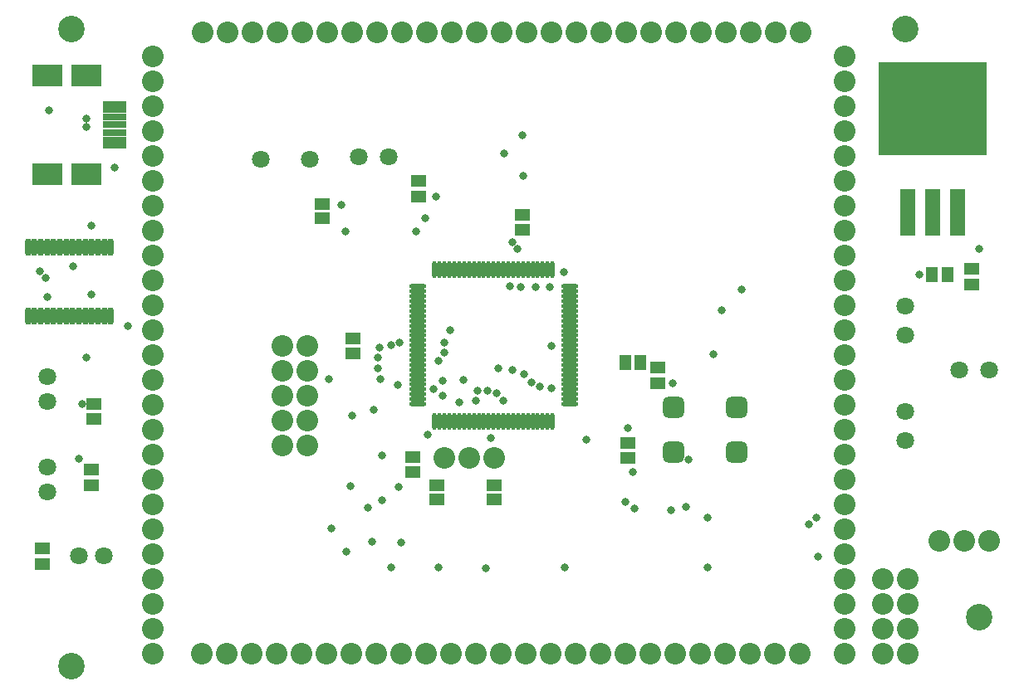
<source format=gts>
G04 Layer_Color=8388736*
%FSLAX44Y44*%
%MOMM*%
G71*
G01*
G75*
%ADD37R,1.5032X1.2032*%
%ADD38O,0.5032X1.7032*%
%ADD39O,1.7032X0.5032*%
%ADD40R,1.5532X4.8032*%
%ADD41R,11.0032X9.6032*%
%ADD42R,1.6032X1.3032*%
%ADD43R,1.3032X1.6032*%
%ADD44R,1.2032X1.5032*%
%ADD45O,0.7032X1.8032*%
%ADD46R,2.4532X1.2032*%
%ADD47R,2.4532X0.7032*%
%ADD48R,3.1032X2.2032*%
G04:AMPARAMS|DCode=49|XSize=2.2032mm|YSize=2.2032mm|CornerRadius=0.6016mm|HoleSize=0mm|Usage=FLASHONLY|Rotation=180.000|XOffset=0mm|YOffset=0mm|HoleType=Round|Shape=RoundedRectangle|*
%AMROUNDEDRECTD49*
21,1,2.2032,1.0000,0,0,180.0*
21,1,1.0000,2.2032,0,0,180.0*
1,1,1.2032,-0.5000,0.5000*
1,1,1.2032,0.5000,0.5000*
1,1,1.2032,0.5000,-0.5000*
1,1,1.2032,-0.5000,-0.5000*
%
%ADD49ROUNDEDRECTD49*%
%ADD50C,2.7032*%
%ADD51C,1.8032*%
%ADD52C,2.2032*%
%ADD53C,0.8032*%
D37*
X419000Y529000D02*
D03*
Y545000D02*
D03*
X662000Y355000D02*
D03*
Y339000D02*
D03*
X982500Y439500D02*
D03*
Y455500D02*
D03*
X85000Y250500D02*
D03*
Y234500D02*
D03*
X35000Y170500D02*
D03*
Y154500D02*
D03*
X87500Y302000D02*
D03*
Y318000D02*
D03*
D38*
X435000Y455000D02*
D03*
X440000D02*
D03*
X445000D02*
D03*
X450000D02*
D03*
X455000D02*
D03*
X460000D02*
D03*
X465000D02*
D03*
X470000D02*
D03*
X475000D02*
D03*
X480000D02*
D03*
X485000D02*
D03*
X490000D02*
D03*
X495000D02*
D03*
X500000D02*
D03*
X505000D02*
D03*
X510000D02*
D03*
X515000D02*
D03*
X520000D02*
D03*
X525000D02*
D03*
X530000D02*
D03*
X535000D02*
D03*
X540000D02*
D03*
X545000D02*
D03*
X550000D02*
D03*
X555000D02*
D03*
Y300000D02*
D03*
X550000D02*
D03*
X545000D02*
D03*
X540000D02*
D03*
X535000D02*
D03*
X530000D02*
D03*
X525000D02*
D03*
X520000D02*
D03*
X515000D02*
D03*
X510000D02*
D03*
X505000D02*
D03*
X500000D02*
D03*
X495000D02*
D03*
X490000D02*
D03*
X485000D02*
D03*
X480000D02*
D03*
X475000D02*
D03*
X470000D02*
D03*
X465000D02*
D03*
X460000D02*
D03*
X455000D02*
D03*
X450000D02*
D03*
X445000D02*
D03*
X440000D02*
D03*
X435000D02*
D03*
D39*
X572500Y437500D02*
D03*
Y432500D02*
D03*
Y427500D02*
D03*
Y422500D02*
D03*
Y417500D02*
D03*
Y412500D02*
D03*
Y407500D02*
D03*
Y402500D02*
D03*
Y397500D02*
D03*
Y392500D02*
D03*
Y387500D02*
D03*
Y382500D02*
D03*
Y377500D02*
D03*
Y372500D02*
D03*
Y367500D02*
D03*
Y362500D02*
D03*
Y357500D02*
D03*
Y352500D02*
D03*
Y347500D02*
D03*
Y342500D02*
D03*
Y337500D02*
D03*
Y332500D02*
D03*
Y327500D02*
D03*
Y322500D02*
D03*
Y317500D02*
D03*
X417500D02*
D03*
Y322500D02*
D03*
Y327500D02*
D03*
Y332500D02*
D03*
Y337500D02*
D03*
Y342500D02*
D03*
Y347500D02*
D03*
Y352500D02*
D03*
Y357500D02*
D03*
Y362500D02*
D03*
Y367500D02*
D03*
Y372500D02*
D03*
Y377500D02*
D03*
Y382500D02*
D03*
Y387500D02*
D03*
Y392500D02*
D03*
Y397500D02*
D03*
Y402500D02*
D03*
Y407500D02*
D03*
Y412500D02*
D03*
Y417500D02*
D03*
Y422500D02*
D03*
Y427500D02*
D03*
Y432500D02*
D03*
Y437500D02*
D03*
D40*
X968000Y513000D02*
D03*
X942600D02*
D03*
X917200D02*
D03*
D41*
X942600Y619000D02*
D03*
D42*
X320500Y507000D02*
D03*
Y522000D02*
D03*
X413000Y248000D02*
D03*
Y263000D02*
D03*
X352000Y369500D02*
D03*
Y384500D02*
D03*
X524000Y495500D02*
D03*
Y510500D02*
D03*
X495400Y235000D02*
D03*
Y220000D02*
D03*
X437500Y235000D02*
D03*
X437500Y220000D02*
D03*
X632000Y262500D02*
D03*
Y277500D02*
D03*
D43*
X629500Y359500D02*
D03*
X644500D02*
D03*
D44*
X958000Y450000D02*
D03*
X942000D02*
D03*
D45*
X104750Y477750D02*
D03*
X98250D02*
D03*
X91750D02*
D03*
X85250D02*
D03*
X78750D02*
D03*
X72250D02*
D03*
X65750D02*
D03*
X59250D02*
D03*
X52750D02*
D03*
X46250D02*
D03*
X39750D02*
D03*
X33250D02*
D03*
X26750D02*
D03*
X20250D02*
D03*
X104750Y407250D02*
D03*
X98250Y407250D02*
D03*
X91750Y407250D02*
D03*
X85250Y407250D02*
D03*
X78750Y407250D02*
D03*
X72250Y407250D02*
D03*
X65750D02*
D03*
X59250D02*
D03*
X52750D02*
D03*
X46250Y407250D02*
D03*
X39750Y407250D02*
D03*
X33250Y407250D02*
D03*
X26750Y407250D02*
D03*
X20250Y407250D02*
D03*
D46*
X109000Y620500D02*
D03*
Y584500D02*
D03*
D47*
Y610500D02*
D03*
Y602500D02*
D03*
Y594500D02*
D03*
D48*
X80000Y652500D02*
D03*
X40000D02*
D03*
Y552500D02*
D03*
X80000D02*
D03*
D49*
X743250Y313859D02*
D03*
Y268859D02*
D03*
X678250D02*
D03*
Y313859D02*
D03*
D50*
X915000Y700000D02*
D03*
X990000Y100000D02*
D03*
X65000Y50000D02*
D03*
Y700000D02*
D03*
D51*
X97900Y162500D02*
D03*
X72500D02*
D03*
X970000Y352500D02*
D03*
X1000000D02*
D03*
X915000Y387500D02*
D03*
Y417500D02*
D03*
X40000Y252900D02*
D03*
Y227500D02*
D03*
Y320000D02*
D03*
Y345400D02*
D03*
X358000Y569500D02*
D03*
X388000D02*
D03*
X308000Y567000D02*
D03*
X258000D02*
D03*
X915000Y310000D02*
D03*
Y280000D02*
D03*
D52*
X949600Y177500D02*
D03*
X975000D02*
D03*
X1000399Y177499D02*
D03*
X305399Y325801D02*
D03*
X305400Y351200D02*
D03*
Y376600D02*
D03*
X280000D02*
D03*
Y351200D02*
D03*
X279999Y325801D02*
D03*
X305400Y275000D02*
D03*
Y300400D02*
D03*
X280000D02*
D03*
X280000Y275000D02*
D03*
X807800Y696999D02*
D03*
X782400D02*
D03*
X731601Y697000D02*
D03*
X757001D02*
D03*
X655402Y697001D02*
D03*
X630002Y697001D02*
D03*
X680801Y697000D02*
D03*
X706201D02*
D03*
X503002Y697001D02*
D03*
X477602D02*
D03*
X426802Y697002D02*
D03*
X452202D02*
D03*
X553802Y697001D02*
D03*
X528402Y697001D02*
D03*
X579201Y697000D02*
D03*
X604601D02*
D03*
X299802Y697001D02*
D03*
X274402Y697001D02*
D03*
X223602Y697002D02*
D03*
X249002D02*
D03*
X350602Y697001D02*
D03*
X325202D02*
D03*
X376001Y697000D02*
D03*
X401401D02*
D03*
X198201D02*
D03*
X147501Y672499D02*
D03*
Y647099D02*
D03*
X147500Y596300D02*
D03*
Y621700D02*
D03*
X147499Y520101D02*
D03*
X147499Y494701D02*
D03*
X147500Y545500D02*
D03*
Y570900D02*
D03*
X147499Y367701D02*
D03*
Y342301D02*
D03*
X147498Y291502D02*
D03*
Y316902D02*
D03*
X147499Y418501D02*
D03*
X147499Y393101D02*
D03*
X147500Y443900D02*
D03*
Y469300D02*
D03*
X147499Y164501D02*
D03*
X147499Y139101D02*
D03*
X147498Y88302D02*
D03*
Y113702D02*
D03*
X147499Y215301D02*
D03*
Y189901D02*
D03*
X147500Y240700D02*
D03*
Y266100D02*
D03*
Y62900D02*
D03*
X444600Y262500D02*
D03*
X495400D02*
D03*
X470000D02*
D03*
X852499Y62499D02*
D03*
Y87899D02*
D03*
X852500Y138698D02*
D03*
Y113298D02*
D03*
X852501Y214898D02*
D03*
Y240298D02*
D03*
X852500Y189498D02*
D03*
Y164098D02*
D03*
X852501Y367298D02*
D03*
Y392698D02*
D03*
X852502Y443497D02*
D03*
Y418097D02*
D03*
X852501Y316498D02*
D03*
Y341898D02*
D03*
X852500Y291098D02*
D03*
Y265698D02*
D03*
X852501Y570498D02*
D03*
Y595898D02*
D03*
X852502Y646697D02*
D03*
Y621297D02*
D03*
X852501Y519698D02*
D03*
Y545098D02*
D03*
X852500Y494298D02*
D03*
Y468898D02*
D03*
Y672098D02*
D03*
X917499Y138701D02*
D03*
Y113301D02*
D03*
X917498Y87902D02*
D03*
X917499Y62501D02*
D03*
X892099D02*
D03*
X892098Y87902D02*
D03*
X892099Y113301D02*
D03*
Y138701D02*
D03*
X197802Y62502D02*
D03*
X223202D02*
D03*
X274001Y62501D02*
D03*
X248601D02*
D03*
X350200Y62500D02*
D03*
X375600D02*
D03*
X324801Y62501D02*
D03*
X299401D02*
D03*
X502600Y62500D02*
D03*
X528000D02*
D03*
X578799Y62499D02*
D03*
X553399D02*
D03*
X451800Y62500D02*
D03*
X477200Y62500D02*
D03*
X426401Y62501D02*
D03*
X401001D02*
D03*
X705800Y62500D02*
D03*
X731200D02*
D03*
X781999Y62499D02*
D03*
X756599D02*
D03*
X655000Y62500D02*
D03*
X680400Y62500D02*
D03*
X629601Y62501D02*
D03*
X604201D02*
D03*
X807401D02*
D03*
D53*
X629000Y218000D02*
D03*
X691000Y213000D02*
D03*
X694000Y261000D02*
D03*
X639000Y211000D02*
D03*
X676000Y209000D02*
D03*
X816109Y195109D02*
D03*
X748000Y434000D02*
D03*
X728000Y413000D02*
D03*
X929000Y450000D02*
D03*
X590000Y281000D02*
D03*
X637000Y248000D02*
D03*
X567000Y452000D02*
D03*
X85000Y500000D02*
D03*
X990000Y476000D02*
D03*
X525000Y550000D02*
D03*
X524000Y592000D02*
D03*
X506000Y573000D02*
D03*
X436000Y529000D02*
D03*
X109000Y559000D02*
D03*
X42000Y617000D02*
D03*
X76000Y318000D02*
D03*
X66000Y458000D02*
D03*
X40000Y427000D02*
D03*
X85000Y429000D02*
D03*
X72000Y262000D02*
D03*
X330000Y191000D02*
D03*
X349000Y234000D02*
D03*
X345000Y167000D02*
D03*
X401000Y176000D02*
D03*
X371000Y177000D02*
D03*
X445000Y380000D02*
D03*
Y370000D02*
D03*
X439000Y362000D02*
D03*
X451000Y393000D02*
D03*
X398999Y379999D02*
D03*
X391000Y378000D02*
D03*
X379000Y375000D02*
D03*
X377000Y365000D02*
D03*
Y354000D02*
D03*
X351000Y306000D02*
D03*
X397000Y337000D02*
D03*
X380000Y343000D02*
D03*
X327000D02*
D03*
X373000Y312000D02*
D03*
X443000Y326000D02*
D03*
Y341000D02*
D03*
X464000Y342000D02*
D03*
X381000Y265000D02*
D03*
Y219000D02*
D03*
X367000Y212000D02*
D03*
X428000Y286000D02*
D03*
X391000Y151000D02*
D03*
X439000D02*
D03*
X487000Y150000D02*
D03*
X568000Y151000D02*
D03*
X713000D02*
D03*
Y202000D02*
D03*
X824000D02*
D03*
X122000Y397000D02*
D03*
X80000Y365000D02*
D03*
X80000Y609000D02*
D03*
Y600000D02*
D03*
X32197Y452803D02*
D03*
X38561Y446439D02*
D03*
X477000Y321000D02*
D03*
X434000Y333000D02*
D03*
X398000Y233000D02*
D03*
X492000Y283000D02*
D03*
X479000Y331000D02*
D03*
X489000D02*
D03*
X498000Y329000D02*
D03*
X719000Y368000D02*
D03*
X500000Y354000D02*
D03*
X554000Y377000D02*
D03*
X514000Y352000D02*
D03*
X526000Y348000D02*
D03*
X534000Y340000D02*
D03*
X542000Y335000D02*
D03*
X554000Y334000D02*
D03*
X826000Y162000D02*
D03*
X523000Y437000D02*
D03*
X512000Y438000D02*
D03*
X519000Y476000D02*
D03*
X514000Y483000D02*
D03*
X344000Y494000D02*
D03*
X416000D02*
D03*
X340000Y521000D02*
D03*
X425000Y507000D02*
D03*
X552000Y437000D02*
D03*
X460000Y319000D02*
D03*
X538000Y437000D02*
D03*
X505000Y321000D02*
D03*
X632000Y293000D02*
D03*
X678000Y339000D02*
D03*
M02*

</source>
